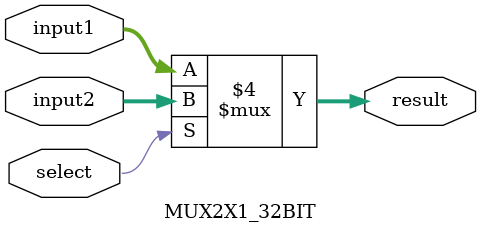
<source format=v>
module MUX2X1_32BIT(input1,input2,select,result);
    input [31:0] input1,input2;
    input select;
    output reg  [31:0] result;

    always @ (input1,input2,select) begin
        if(select==1'b1)begin
            result = input2;
        end
        else begin
            result =input1;
        end
    end

endmodule
</source>
